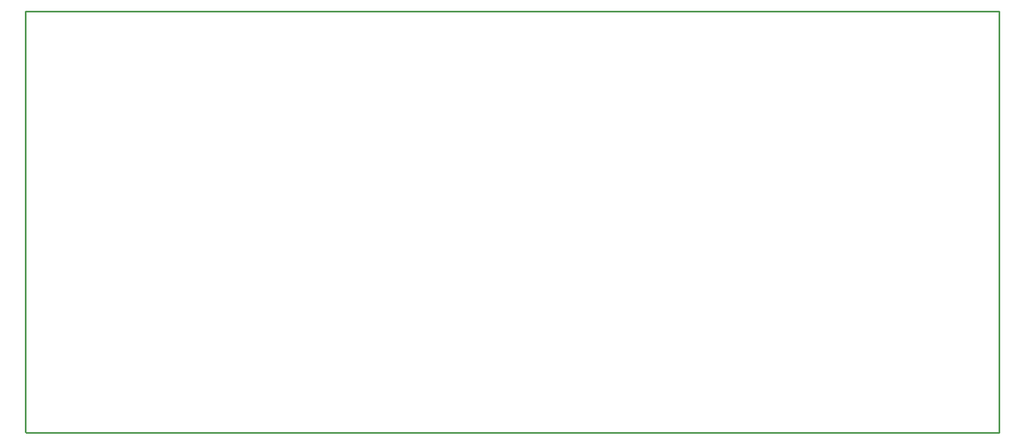
<source format=gko>
G04 Layer_Color=16711935*
%FSLAX25Y25*%
%MOIN*%
G70*
G01*
G75*
%ADD21C,0.01000*%
D21*
X100000Y500000D02*
X700000D01*
Y240000D02*
Y500000D01*
X100500Y240000D02*
X700000D01*
X100000Y240500D02*
X100500Y240000D01*
X100000Y240500D02*
Y500000D01*
M02*

</source>
